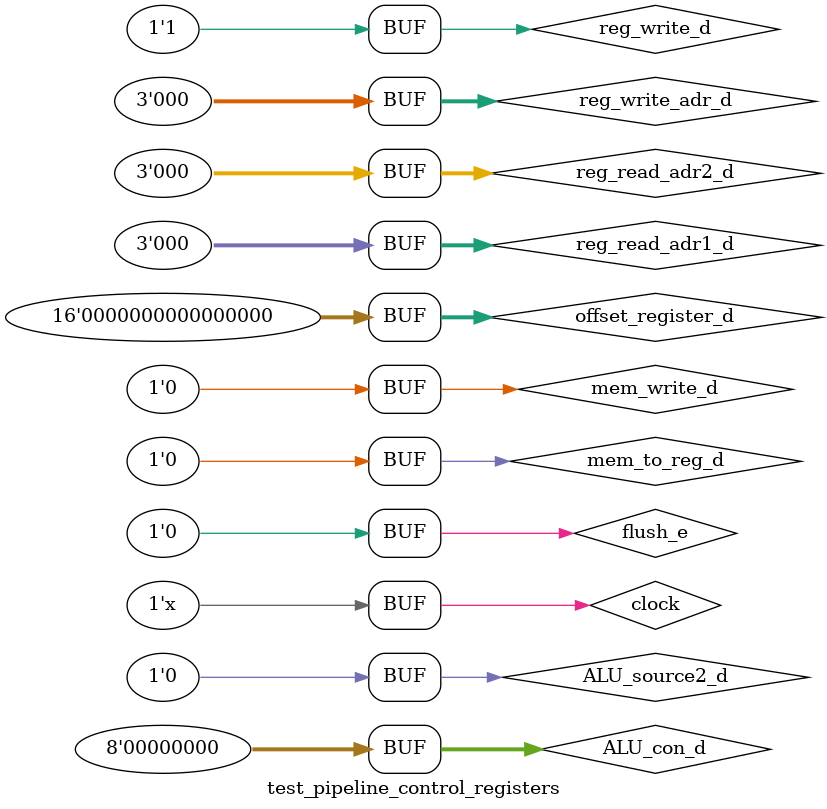
<source format=v>
`timescale 1ns / 1ps


module test_pipeline_control_registers;

	// Inputs
	reg clock;
	reg flush_e;
	reg reg_write_d;
	reg [2:0] reg_write_adr_d;
	reg mem_to_reg_d;
	reg mem_write_d;
	reg [7:0] ALU_con_d;
	reg ALU_source2_d;
	reg [15:0] offset_register_d;
	reg [2:0] reg_read_adr1_d;
	reg [2:0] reg_read_adr2_d;

	// Outputs
	wire reg_write_e;
	wire [2:0] reg_write_adr_e;
	wire mem_to_reg_e;
	wire mem_write_e;
	wire [7:0] ALU_con_e;
	wire ALU_source2_e;
	wire [15:0] offset_register_e;
	wire [2:0] reg_read_adr1_e;
	wire [2:0] reg_read_adr2_e;
	wire reg_write_m;
	wire [2:0] reg_write_adr_m;
	wire mem_to_reg_m;
	wire mem_write_m;
	wire reg_write_w;
	wire [2:0] reg_write_adr_w;
	wire mem_to_reg_w;

	// Instantiate the Unit Under Test (UUT)
	pipeline_control_registers uut (
		.clock(clock), 
		.flush_e(flush_e), 
		.reg_write_d(reg_write_d), 
		.reg_write_adr_d(reg_write_adr_d), 
		.mem_to_reg_d(mem_to_reg_d), 
		.mem_write_d(mem_write_d), 
		.ALU_con_d(ALU_con_d), 
		.ALU_source2_d(ALU_source2_d), 
		.offset_register_d(offset_register_d), 
		.reg_read_adr1_d(reg_read_adr1_d), 
		.reg_read_adr2_d(reg_read_adr2_d), 
		.reg_write_e(reg_write_e), 
		.reg_write_adr_e(reg_write_adr_e), 
		.mem_to_reg_e(mem_to_reg_e), 
		.mem_write_e(mem_write_e), 
		.ALU_con_e(ALU_con_e), 
		.ALU_source2_e(ALU_source2_e), 
		.offset_register_e(offset_register_e), 
		.reg_read_adr1_e(reg_read_adr1_e), 
		.reg_read_adr2_e(reg_read_adr2_e), 
		.reg_write_m(reg_write_m), 
		.reg_write_adr_m(reg_write_adr_m), 
		.mem_to_reg_m(mem_to_reg_m), 
		.mem_write_m(mem_write_m), 
		.reg_write_w(reg_write_w), 
		.reg_write_adr_w(reg_write_adr_w), 
		.mem_to_reg_w(mem_to_reg_w)
	);

	initial begin
		// Initialize Inputs
		clock = 0;
		flush_e = 0;
		reg_write_d = 0;
		reg_write_adr_d = 0;
		mem_to_reg_d = 0;
		mem_write_d = 0;
		ALU_con_d = 0;
		ALU_source2_d = 0;
		offset_register_d = 0;
		reg_read_adr1_d = 0;
		reg_read_adr2_d = 0;

		// Wait 100 ns for global reset to finish
		//#100;
       
		#1;
		#2;
		reg_write_d = 1;
		
		#2;
		reg_write_d = 0;
		
		#2;
		reg_write_d = 1;
		
		#2;
		reg_write_d = 1;

		#2;
		reg_write_d = 1;
		flush_e = 1;
		
		#2;
		flush_e = 0;


		

	end
	
   always #1 clock = !clock;
endmodule


</source>
